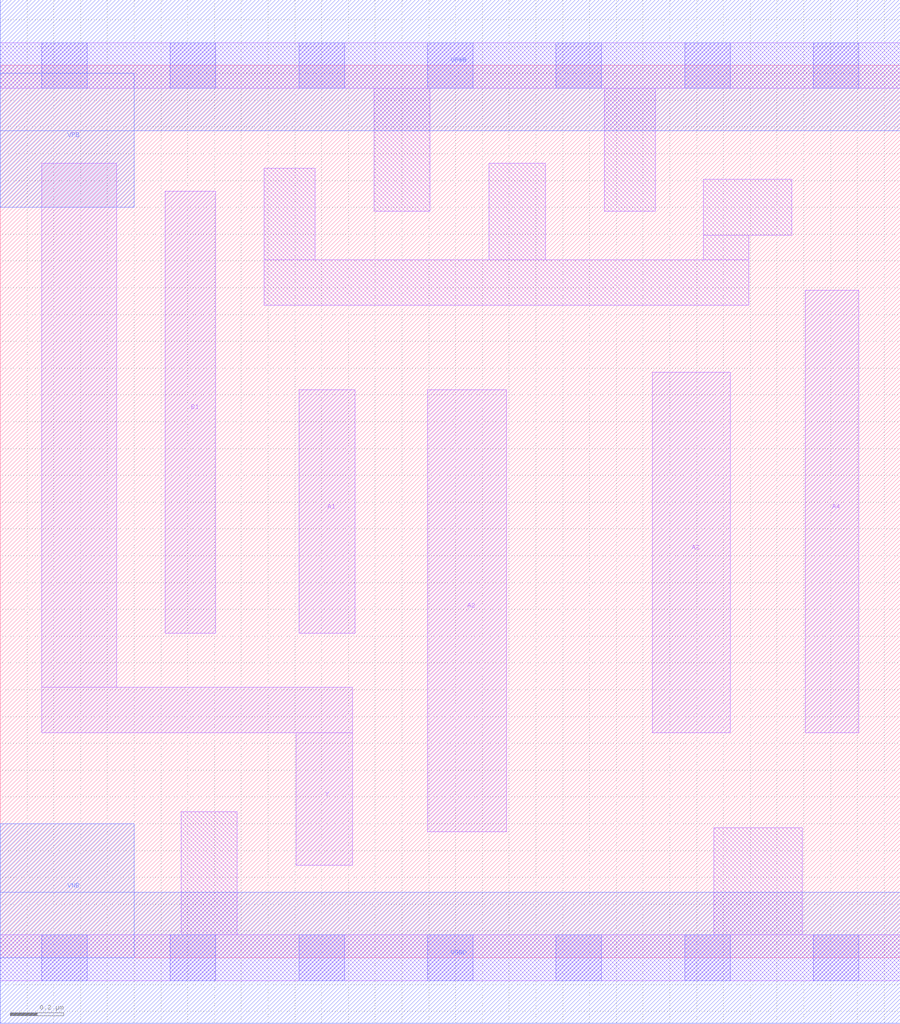
<source format=lef>
# Copyright 2020 The SkyWater PDK Authors
#
# Licensed under the Apache License, Version 2.0 (the "License");
# you may not use this file except in compliance with the License.
# You may obtain a copy of the License at
#
#     https://www.apache.org/licenses/LICENSE-2.0
#
# Unless required by applicable law or agreed to in writing, software
# distributed under the License is distributed on an "AS IS" BASIS,
# WITHOUT WARRANTIES OR CONDITIONS OF ANY KIND, either express or implied.
# See the License for the specific language governing permissions and
# limitations under the License.
#
# SPDX-License-Identifier: Apache-2.0

VERSION 5.5 ;
NAMESCASESENSITIVE ON ;
BUSBITCHARS "[]" ;
DIVIDERCHAR "/" ;
MACRO sky130_fd_sc_lp__a41oi_m
  CLASS CORE ;
  SOURCE USER ;
  ORIGIN  0.000000  0.000000 ;
  SIZE  3.360000 BY  3.330000 ;
  SYMMETRY X Y R90 ;
  SITE unit ;
  PIN A1
    ANTENNAGATEAREA  0.126000 ;
    DIRECTION INPUT ;
    USE SIGNAL ;
    PORT
      LAYER li1 ;
        RECT 1.115000 1.210000 1.325000 2.120000 ;
    END
  END A1
  PIN A2
    ANTENNAGATEAREA  0.126000 ;
    DIRECTION INPUT ;
    USE SIGNAL ;
    PORT
      LAYER li1 ;
        RECT 1.595000 0.470000 1.890000 2.120000 ;
    END
  END A2
  PIN A3
    ANTENNAGATEAREA  0.126000 ;
    DIRECTION INPUT ;
    USE SIGNAL ;
    PORT
      LAYER li1 ;
        RECT 2.435000 0.840000 2.725000 2.185000 ;
    END
  END A3
  PIN A4
    ANTENNAGATEAREA  0.126000 ;
    DIRECTION INPUT ;
    USE SIGNAL ;
    PORT
      LAYER li1 ;
        RECT 3.005000 0.840000 3.205000 2.490000 ;
    END
  END A4
  PIN B1
    ANTENNAGATEAREA  0.126000 ;
    DIRECTION INPUT ;
    USE SIGNAL ;
    PORT
      LAYER li1 ;
        RECT 0.615000 1.210000 0.805000 2.860000 ;
    END
  END B1
  PIN Y
    ANTENNADIFFAREA  0.350700 ;
    DIRECTION OUTPUT ;
    USE SIGNAL ;
    PORT
      LAYER li1 ;
        RECT 0.155000 0.840000 1.315000 1.010000 ;
        RECT 0.155000 1.010000 0.435000 2.965000 ;
        RECT 1.105000 0.345000 1.315000 0.840000 ;
    END
  END Y
  PIN VGND
    DIRECTION INOUT ;
    USE GROUND ;
    PORT
      LAYER met1 ;
        RECT 0.000000 -0.245000 3.360000 0.245000 ;
    END
  END VGND
  PIN VNB
    DIRECTION INOUT ;
    USE GROUND ;
    PORT
    END
  END VNB
  PIN VPB
    DIRECTION INOUT ;
    USE POWER ;
    PORT
    END
  END VPB
  PIN VNB
    DIRECTION INOUT ;
    USE GROUND ;
    PORT
      LAYER met1 ;
        RECT 0.000000 0.000000 0.500000 0.500000 ;
    END
  END VNB
  PIN VPB
    DIRECTION INOUT ;
    USE POWER ;
    PORT
      LAYER met1 ;
        RECT 0.000000 2.800000 0.500000 3.300000 ;
    END
  END VPB
  PIN VPWR
    DIRECTION INOUT ;
    USE POWER ;
    PORT
      LAYER met1 ;
        RECT 0.000000 3.085000 3.360000 3.575000 ;
    END
  END VPWR
  OBS
    LAYER li1 ;
      RECT 0.000000 -0.085000 3.360000 0.085000 ;
      RECT 0.000000  3.245000 3.360000 3.415000 ;
      RECT 0.675000  0.085000 0.885000 0.545000 ;
      RECT 0.985000  2.435000 2.795000 2.605000 ;
      RECT 0.985000  2.605000 1.175000 2.945000 ;
      RECT 1.395000  2.785000 1.605000 3.245000 ;
      RECT 1.825000  2.605000 2.035000 2.965000 ;
      RECT 2.255000  2.785000 2.445000 3.245000 ;
      RECT 2.625000  2.605000 2.795000 2.695000 ;
      RECT 2.625000  2.695000 2.955000 2.905000 ;
      RECT 2.665000  0.085000 2.995000 0.485000 ;
    LAYER mcon ;
      RECT 0.155000 -0.085000 0.325000 0.085000 ;
      RECT 0.155000  3.245000 0.325000 3.415000 ;
      RECT 0.635000 -0.085000 0.805000 0.085000 ;
      RECT 0.635000  3.245000 0.805000 3.415000 ;
      RECT 1.115000 -0.085000 1.285000 0.085000 ;
      RECT 1.115000  3.245000 1.285000 3.415000 ;
      RECT 1.595000 -0.085000 1.765000 0.085000 ;
      RECT 1.595000  3.245000 1.765000 3.415000 ;
      RECT 2.075000 -0.085000 2.245000 0.085000 ;
      RECT 2.075000  3.245000 2.245000 3.415000 ;
      RECT 2.555000 -0.085000 2.725000 0.085000 ;
      RECT 2.555000  3.245000 2.725000 3.415000 ;
      RECT 3.035000 -0.085000 3.205000 0.085000 ;
      RECT 3.035000  3.245000 3.205000 3.415000 ;
  END
END sky130_fd_sc_lp__a41oi_m
END LIBRARY

</source>
